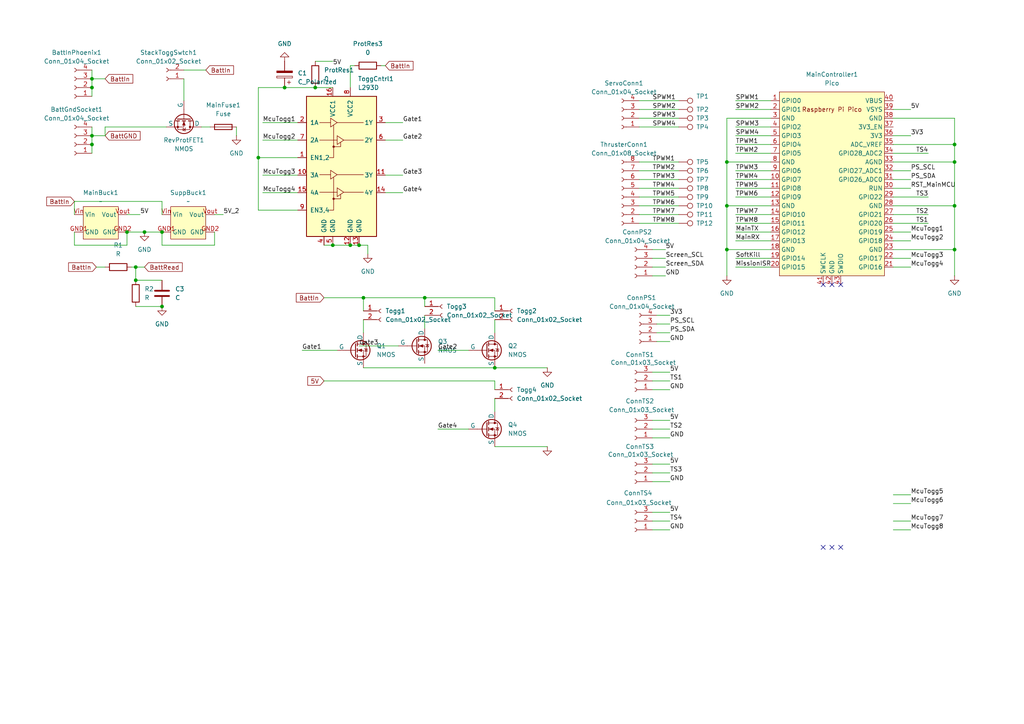
<source format=kicad_sch>
(kicad_sch (version 20231120) (generator "eeschema") (generator_version "8.0")
  (paper "A4")
  (lib_symbols
    (symbol "Connector:Conn_01x02_Socket" (pin_names (offset 1.016) hide)
      (property "Reference" "J" (at 0 2.54 0))
      (property "Value" "Conn_01x02_Socket" (at 0 -5.08 0))
      (symbol "Conn_01x02_Socket_1_1"
        (arc (start 0 -2.032) (mid -0.5058 -2.54) (end 0 -3.048) (stroke (width 0.1524)))
        (polyline (pts (xy -1.27 -2.54) (xy -0.508 -2.54)) (stroke (width 0.1524)))
        (polyline (pts (xy -1.27 0) (xy -0.508 0)) (stroke (width 0.1524)))
        (arc (start 0 0.508) (mid -0.5058 0) (end 0 -0.508) (stroke (width 0.1524)))
        (pin passive line (at -5.08 0 0) (length 3.81) (name "Pin_1") (number "1"))
        (pin passive line (at -5.08 -2.54 0) (length 3.81) (name "Pin_2") (number "2"))
      )
    )
    (symbol "Connector:Conn_01x03_Socket" (pin_names (offset 1.016) hide)
      (property "Reference" "J" (at 0 5.08 0))
      (property "Value" "Conn_01x03_Socket" (at 0 -5.08 0))
      (symbol "Conn_01x03_Socket_1_1"
        (arc (start 0 -2.032) (mid -0.5058 -2.54) (end 0 -3.048) (stroke (width 0.1524)))
        (polyline (pts (xy -1.27 -2.54) (xy -0.508 -2.54)) (stroke (width 0.1524)))
        (polyline (pts (xy -1.27 0) (xy -0.508 0)) (stroke (width 0.1524)))
        (polyline (pts (xy -1.27 2.54) (xy -0.508 2.54)) (stroke (width 0.1524)))
        (arc (start 0 0.508) (mid -0.5058 0) (end 0 -0.508) (stroke (width 0.1524)))
        (arc (start 0 3.048) (mid -0.5058 2.54) (end 0 2.032) (stroke (width 0.1524)))
        (pin passive line (at -5.08 2.54 0) (length 3.81) (name "Pin_1") (number "1"))
        (pin passive line (at -5.08 0 0) (length 3.81) (name "Pin_2") (number "2"))
        (pin passive line (at -5.08 -2.54 0) (length 3.81) (name "Pin_3") (number "3"))
      )
    )
    (symbol "Connector:Conn_01x04_Socket" (pin_names (offset 1.016) hide)
      (property "Reference" "J" (at 0 5.08 0))
      (property "Value" "Conn_01x04_Socket" (at 0 -7.62 0))
      (symbol "Conn_01x04_Socket_1_1"
        (arc (start 0 -4.572) (mid -0.5058 -5.08) (end 0 -5.588) (stroke (width 0.1524)))
        (arc (start 0 -2.032) (mid -0.5058 -2.54) (end 0 -3.048) (stroke (width 0.1524)))
        (polyline (pts (xy -1.27 -5.08) (xy -0.508 -5.08)) (stroke (width 0.1524)))
        (polyline (pts (xy -1.27 -2.54) (xy -0.508 -2.54)) (stroke (width 0.1524)))
        (polyline (pts (xy -1.27 0) (xy -0.508 0)) (stroke (width 0.1524)))
        (polyline (pts (xy -1.27 2.54) (xy -0.508 2.54)) (stroke (width 0.1524)))
        (arc (start 0 0.508) (mid -0.5058 0) (end 0 -0.508) (stroke (width 0.1524)))
        (arc (start 0 3.048) (mid -0.5058 2.54) (end 0 2.032) (stroke (width 0.1524)))
        (pin passive line (at -5.08 2.54 0) (length 3.81) (name "Pin_1") (number "1"))
        (pin passive line (at -5.08 0 0) (length 3.81) (name "Pin_2") (number "2"))
        (pin passive line (at -5.08 -2.54 0) (length 3.81) (name "Pin_3") (number "3"))
        (pin passive line (at -5.08 -5.08 0) (length 3.81) (name "Pin_4") (number "4"))
      )
    )
    (symbol "Connector:Conn_01x08_Socket" (pin_names (offset 1.016) hide)
      (property "Reference" "J" (at 0 10.16 0))
      (property "Value" "Conn_01x08_Socket" (at 0 -12.7 0))
      (symbol "Conn_01x08_Socket_1_1"
        (arc (start 0 -9.652) (mid -0.5058 -10.16) (end 0 -10.668) (stroke (width 0.1524)))
        (arc (start 0 -7.112) (mid -0.5058 -7.62) (end 0 -8.128) (stroke (width 0.1524)))
        (arc (start 0 -4.572) (mid -0.5058 -5.08) (end 0 -5.588) (stroke (width 0.1524)))
        (arc (start 0 -2.032) (mid -0.5058 -2.54) (end 0 -3.048) (stroke (width 0.1524)))
        (polyline (pts (xy -1.27 -10.16) (xy -0.508 -10.16)) (stroke (width 0.1524)))
        (polyline (pts (xy -1.27 -7.62) (xy -0.508 -7.62)) (stroke (width 0.1524)))
        (polyline (pts (xy -1.27 -5.08) (xy -0.508 -5.08)) (stroke (width 0.1524)))
        (polyline (pts (xy -1.27 -2.54) (xy -0.508 -2.54)) (stroke (width 0.1524)))
        (polyline (pts (xy -1.27 0) (xy -0.508 0)) (stroke (width 0.1524)))
        (polyline (pts (xy -1.27 2.54) (xy -0.508 2.54)) (stroke (width 0.1524)))
        (polyline (pts (xy -1.27 5.08) (xy -0.508 5.08)) (stroke (width 0.1524)))
        (polyline (pts (xy -1.27 7.62) (xy -0.508 7.62)) (stroke (width 0.1524)))
        (arc (start 0 0.508) (mid -0.5058 0) (end 0 -0.508) (stroke (width 0.1524)))
        (arc (start 0 3.048) (mid -0.5058 2.54) (end 0 2.032) (stroke (width 0.1524)))
        (arc (start 0 5.588) (mid -0.5058 5.08) (end 0 4.572) (stroke (width 0.1524)))
        (arc (start 0 8.128) (mid -0.5058 7.62) (end 0 7.112) (stroke (width 0.1524)))
        (pin passive line (at -5.08 7.62 0) (length 3.81) (name "Pin_1") (number "1"))
        (pin passive line (at -5.08 5.08 0) (length 3.81) (name "Pin_2") (number "2"))
        (pin passive line (at -5.08 2.54 0) (length 3.81) (name "Pin_3") (number "3"))
        (pin passive line (at -5.08 0 0) (length 3.81) (name "Pin_4") (number "4"))
        (pin passive line (at -5.08 -2.54 0) (length 3.81) (name "Pin_5") (number "5"))
        (pin passive line (at -5.08 -5.08 0) (length 3.81) (name "Pin_6") (number "6"))
        (pin passive line (at -5.08 -7.62 0) (length 3.81) (name "Pin_7") (number "7"))
        (pin passive line (at -5.08 -10.16 0) (length 3.81) (name "Pin_8") (number "8"))
      )
    )
    (symbol "Connector:TestPoint" (pin_numbers hide) (pin_names (offset 0.762) hide)
      (property "Reference" "TP" (at 0 6.858 0))
      (property "Value" "TestPoint" (at 0 5.08 0))
      (symbol "TestPoint_0_1"
        (circle (center 0 3.302) (radius 0.762))
      )
      (symbol "TestPoint_1_1"
        (pin passive line (at 0 0 90) (length 2.54) (name "1") (number "1"))
      )
    )
    (symbol "Device:C" (pin_numbers hide) (pin_names (offset 0.254))
      (property "Reference" "C" (at 0.635 2.54 0))
      (property "Value" "C" (at 0.635 -2.54 0))
      (symbol "C_0_1"
        (polyline (pts (xy -2.032 -0.762) (xy 2.032 -0.762)) (stroke (width 0.508)))
        (polyline (pts (xy -2.032 0.762) (xy 2.032 0.762)) (stroke (width 0.508)))
      )
      (symbol "C_1_1"
        (pin passive line (at 0 3.81 270) (length 2.794) (name "~") (number "1"))
        (pin passive line (at 0 -3.81 90) (length 2.794) (name "~") (number "2"))
      )
    )
    (symbol "Device:C_Polarized" (pin_numbers hide) (pin_names (offset 0.254))
      (property "Reference" "C" (at 0.635 2.54 0))
      (property "Value" "C_Polarized" (at 0.635 -2.54 0))
      (symbol "C_Polarized_0_1"
        (rectangle (start -2.286 0.508) (end 2.286 1.016))
        (polyline (pts (xy -1.778 2.286) (xy -0.762 2.286)))
        (polyline (pts (xy -1.27 2.794) (xy -1.27 1.778)))
        (rectangle (start 2.286 -0.508) (end -2.286 -1.016) (fill (type outline)))
      )
      (symbol "C_Polarized_1_1"
        (pin passive line (at 0 3.81 270) (length 2.794) (name "~") (number "1"))
        (pin passive line (at 0 -3.81 90) (length 2.794) (name "~") (number "2"))
      )
    )
    (symbol "Device:Fuse" (pin_numbers hide) (pin_names (offset 0))
      (property "Reference" "F" (at 2.032 0 90))
      (property "Value" "Fuse" (at -1.905 0 90))
      (symbol "Fuse_0_1"
        (rectangle (start -0.762 -2.54) (end 0.762 2.54) (stroke (width 0.254)))
        (polyline (pts (xy 0 2.54) (xy 0 -2.54)))
      )
      (symbol "Fuse_1_1"
        (pin passive line (at 0 3.81 270) (length 1.27) (name "~") (number "1"))
        (pin passive line (at 0 -3.81 90) (length 1.27) (name "~") (number "2"))
      )
    )
    (symbol "Device:R" (pin_numbers hide) (pin_names (offset 0))
      (property "Reference" "R" (at 2.032 0 90))
      (property "Value" "R" (at 0 0 90))
      (symbol "R_0_1"
        (rectangle (start -1.016 -2.54) (end 1.016 2.54) (stroke (width 0.254)))
      )
      (symbol "R_1_1"
        (pin passive line (at 0 3.81 270) (length 1.27) (name "~") (number "1"))
        (pin passive line (at 0 -3.81 90) (length 1.27) (name "~") (number "2"))
      )
    )
    (symbol "Driver_Motor:L293D" (pin_names (offset 1.016))
      (property "Reference" "U" (at -5.08 26.035 0))
      (property "Value" "L293D" (at -5.08 24.13 0))
      (symbol "L293D_0_1"
        (rectangle (start -10.16 22.86) (end 10.16 -17.78) (stroke (width 0.254)) (fill (type background)))
        (circle (center -2.286 -6.858) (radius 0.254) (fill (type outline)))
        (circle (center -2.286 8.255) (radius 0.254) (fill (type outline)))
        (polyline (pts (xy -6.35 -4.953) (xy -1.27 -4.953)))
        (polyline (pts (xy -6.35 0.127) (xy -3.175 0.127)))
        (polyline (pts (xy -6.35 10.16) (xy -1.27 10.16)))
        (polyline (pts (xy -6.35 15.24) (xy -3.175 15.24)))
        (polyline (pts (xy -1.27 0.127) (xy 6.35 0.127)))
        (polyline (pts (xy -1.27 15.24) (xy 6.35 15.24)))
        (polyline (pts (xy 0.635 -4.953) (xy 6.35 -4.953)))
        (polyline (pts (xy 0.635 10.16) (xy 6.35 10.16)))
        (polyline (pts (xy -2.286 -6.858) (xy -0.254 -6.858) (xy -0.254 -5.588)))
        (polyline (pts (xy -2.286 -0.635) (xy -2.286 -10.16) (xy -3.556 -10.16)))
        (polyline (pts (xy -2.286 8.255) (xy -0.254 8.255) (xy -0.254 9.525)))
        (polyline (pts (xy -2.286 14.478) (xy -2.286 5.08) (xy -3.556 5.08)))
        (polyline (pts (xy -3.175 1.397) (xy -3.175 -1.143) (xy -1.27 0.127) (xy -3.175 1.397)))
        (polyline (pts (xy -3.175 16.51) (xy -3.175 13.97) (xy -1.27 15.24) (xy -3.175 16.51)))
        (polyline (pts (xy -1.27 -3.683) (xy -1.27 -6.223) (xy 0.635 -4.953) (xy -1.27 -3.683)))
        (polyline (pts (xy -1.27 11.43) (xy -1.27 8.89) (xy 0.635 10.16) (xy -1.27 11.43)))
      )
      (symbol "L293D_1_1"
        (pin input line (at -12.7 5.08 0) (length 2.54) (name "EN1,2") (number "1"))
        (pin input line (at -12.7 0 0) (length 2.54) (name "3A") (number "10"))
        (pin output line (at 12.7 0 180) (length 2.54) (name "3Y") (number "11"))
        (pin power_in line (at 2.54 -20.32 90) (length 2.54) (name "GND") (number "12"))
        (pin power_in line (at 5.08 -20.32 90) (length 2.54) (name "GND") (number "13"))
        (pin output line (at 12.7 -5.08 180) (length 2.54) (name "4Y") (number "14"))
        (pin input line (at -12.7 -5.08 0) (length 2.54) (name "4A") (number "15"))
        (pin power_in line (at -2.54 25.4 270) (length 2.54) (name "VCC1") (number "16"))
        (pin input line (at -12.7 15.24 0) (length 2.54) (name "1A") (number "2"))
        (pin output line (at 12.7 15.24 180) (length 2.54) (name "1Y") (number "3"))
        (pin power_in line (at -5.08 -20.32 90) (length 2.54) (name "GND") (number "4"))
        (pin power_in line (at -2.54 -20.32 90) (length 2.54) (name "GND") (number "5"))
        (pin output line (at 12.7 10.16 180) (length 2.54) (name "2Y") (number "6"))
        (pin input line (at -12.7 10.16 0) (length 2.54) (name "2A") (number "7"))
        (pin power_in line (at 2.54 25.4 270) (length 2.54) (name "VCC2") (number "8"))
        (pin input line (at -12.7 -10.16 0) (length 2.54) (name "EN3,4") (number "9"))
      )
    )
    (symbol "MCU_RaspberryPi_and_Boards:Pico"
      (property "Reference" "U" (at -13.97 27.94 0))
      (property "Value" "Pico" (at 0 19.05 0))
      (symbol "Pico_0_0"
        (text "Raspberry Pi Pico" (at 0 21.59 0) (effects (font (size 1.27 1.27))))
      )
      (symbol "Pico_0_1"
        (rectangle (start -15.24 26.67) (end 15.24 -26.67) (fill (type background)))
      )
      (symbol "Pico_1_1"
        (pin bidirectional line (at -17.78 24.13 0) (length 2.54) (name "GPIO0") (number "1"))
        (pin bidirectional line (at -17.78 1.27 0) (length 2.54) (name "GPIO7") (number "10"))
        (pin bidirectional line (at -17.78 -1.27 0) (length 2.54) (name "GPIO8") (number "11"))
        (pin bidirectional line (at -17.78 -3.81 0) (length 2.54) (name "GPIO9") (number "12"))
        (pin power_in line (at -17.78 -6.35 0) (length 2.54) (name "GND") (number "13"))
        (pin bidirectional line (at -17.78 -8.89 0) (length 2.54) (name "GPIO10") (number "14"))
        (pin bidirectional line (at -17.78 -11.43 0) (length 2.54) (name "GPIO11") (number "15"))
        (pin bidirectional line (at -17.78 -13.97 0) (length 2.54) (name "GPIO12") (number "16"))
        (pin bidirectional line (at -17.78 -16.51 0) (length 2.54) (name "GPIO13") (number "17"))
        (pin power_in line (at -17.78 -19.05 0) (length 2.54) (name "GND") (number "18"))
        (pin bidirectional line (at -17.78 -21.59 0) (length 2.54) (name "GPIO14") (number "19"))
        (pin bidirectional line (at -17.78 21.59 0) (length 2.54) (name "GPIO1") (number "2"))
        (pin bidirectional line (at -17.78 -24.13 0) (length 2.54) (name "GPIO15") (number "20"))
        (pin bidirectional line (at 17.78 -24.13 180) (length 2.54) (name "GPIO16") (number "21"))
        (pin bidirectional line (at 17.78 -21.59 180) (length 2.54) (name "GPIO17") (number "22"))
        (pin power_in line (at 17.78 -19.05 180) (length 2.54) (name "GND") (number "23"))
        (pin bidirectional line (at 17.78 -16.51 180) (length 2.54) (name "GPIO18") (number "24"))
        (pin bidirectional line (at 17.78 -13.97 180) (length 2.54) (name "GPIO19") (number "25"))
        (pin bidirectional line (at 17.78 -11.43 180) (length 2.54) (name "GPIO20") (number "26"))
        (pin bidirectional line (at 17.78 -8.89 180) (length 2.54) (name "GPIO21") (number "27"))
        (pin power_in line (at 17.78 -6.35 180) (length 2.54) (name "GND") (number "28"))
        (pin bidirectional line (at 17.78 -3.81 180) (length 2.54) (name "GPIO22") (number "29"))
        (pin power_in line (at -17.78 19.05 0) (length 2.54) (name "GND") (number "3"))
        (pin input line (at 17.78 -1.27 180) (length 2.54) (name "RUN") (number "30"))
        (pin bidirectional line (at 17.78 1.27 180) (length 2.54) (name "GPIO26_ADC0") (number "31"))
        (pin bidirectional line (at 17.78 3.81 180) (length 2.54) (name "GPIO27_ADC1") (number "32"))
        (pin power_in line (at 17.78 6.35 180) (length 2.54) (name "AGND") (number "33"))
        (pin bidirectional line (at 17.78 8.89 180) (length 2.54) (name "GPIO28_ADC2") (number "34"))
        (pin power_in line (at 17.78 11.43 180) (length 2.54) (name "ADC_VREF") (number "35"))
        (pin power_in line (at 17.78 13.97 180) (length 2.54) (name "3V3") (number "36"))
        (pin input line (at 17.78 16.51 180) (length 2.54) (name "3V3_EN") (number "37"))
        (pin bidirectional line (at 17.78 19.05 180) (length 2.54) (name "GND") (number "38"))
        (pin power_in line (at 17.78 21.59 180) (length 2.54) (name "VSYS") (number "39"))
        (pin bidirectional line (at -17.78 16.51 0) (length 2.54) (name "GPIO2") (number "4"))
        (pin power_in line (at 17.78 24.13 180) (length 2.54) (name "VBUS") (number "40"))
        (pin input line (at -2.54 -29.21 90) (length 2.54) (name "SWCLK") (number "41"))
        (pin power_in line (at 0 -29.21 90) (length 2.54) (name "GND") (number "42"))
        (pin bidirectional line (at 2.54 -29.21 90) (length 2.54) (name "SWDIO") (number "43"))
        (pin bidirectional line (at -17.78 13.97 0) (length 2.54) (name "GPIO3") (number "5"))
        (pin bidirectional line (at -17.78 11.43 0) (length 2.54) (name "GPIO4") (number "6"))
        (pin bidirectional line (at -17.78 8.89 0) (length 2.54) (name "GPIO5") (number "7"))
        (pin power_in line (at -17.78 6.35 0) (length 2.54) (name "GND") (number "8"))
        (pin bidirectional line (at -17.78 3.81 0) (length 2.54) (name "GPIO6") (number "9"))
      )
    )
    (symbol "New_Library:AUV_Buck"
      (property "Reference" "U" (at 0 3.556 0))
      (symbol "AUV_Buck_1_1"
        (rectangle (start -5.08 4.826) (end 5.08 -4.572) (fill (type color) (color 255 255 194 1)))
        (pin passive line (at -7.62 -2.54 0) (length 2.54) (name "GND") (number "GND1"))
        (pin passive line (at 7.62 -2.54 180) (length 2.54) (name "GND") (number "GND2"))
        (pin input line (at -7.62 2.54 0) (length 2.54) (name "Vin") (number "Vin"))
        (pin output line (at 7.62 2.54 180) (length 2.54) (name "Vout") (number "Vout"))
      )
    )
    (symbol "Simulation_SPICE:NMOS" (pin_numbers hide) (pin_names (offset 0))
      (property "Reference" "Q" (at 5.08 1.27 0))
      (property "Value" "NMOS" (at 5.08 -1.27 0))
      (symbol "NMOS_0_1"
        (polyline (pts (xy 0.254 0) (xy -2.54 0)))
        (polyline (pts (xy 0.254 1.905) (xy 0.254 -1.905)) (stroke (width 0.254)))
        (polyline (pts (xy 0.762 -1.27) (xy 0.762 -2.286)) (stroke (width 0.254)))
        (polyline (pts (xy 0.762 0.508) (xy 0.762 -0.508)) (stroke (width 0.254)))
        (polyline (pts (xy 0.762 2.286) (xy 0.762 1.27)) (stroke (width 0.254)))
        (polyline (pts (xy 2.54 2.54) (xy 2.54 1.778)))
        (polyline (pts (xy 2.54 -2.54) (xy 2.54 0) (xy 0.762 0)))
        (polyline (pts (xy 0.762 -1.778) (xy 3.302 -1.778) (xy 3.302 1.778) (xy 0.762 1.778)))
        (polyline (pts (xy 1.016 0) (xy 2.032 0.381) (xy 2.032 -0.381) (xy 1.016 0)) (fill (type outline)))
        (polyline (pts (xy 2.794 0.508) (xy 2.921 0.381) (xy 3.683 0.381) (xy 3.81 0.254)))
        (polyline (pts (xy 3.302 0.381) (xy 2.921 -0.254) (xy 3.683 -0.254) (xy 3.302 0.381)))
        (circle (center 1.651 0) (radius 2.794) (stroke (width 0.254)))
        (circle (center 2.54 -1.778) (radius 0.254) (fill (type outline)))
        (circle (center 2.54 1.778) (radius 0.254) (fill (type outline)))
      )
      (symbol "NMOS_1_1"
        (pin passive line (at 2.54 5.08 270) (length 2.54) (name "D") (number "1"))
        (pin input line (at -5.08 0 0) (length 2.54) (name "G") (number "2"))
        (pin passive line (at 2.54 -5.08 90) (length 2.54) (name "S") (number "3"))
      )
    )
    (symbol "power:GND" (power) (pin_numbers hide) (pin_names (offset 0) hide)
      (property "Value" "GND" (at 0 -3.81 0))
      (symbol "GND_0_1"
        (polyline (pts (xy 0 0) (xy 0 -1.27) (xy 1.27 -1.27) (xy 0 -2.54) (xy -1.27 -1.27) (xy 0 -1.27)))
      )
      (symbol "GND_1_1"
        (pin power_in line (at 0 0 270) (length 0) (name "~") (number "1"))
      )
    )
  )
  (junction (at 26.67 39.37))
  (junction (at 36.83 67.31))
  (junction (at 276.86 59.69))
  (junction (at 46.99 88.9))
  (junction (at 276.86 72.39))
  (junction (at 26.67 22.86))
  (junction (at 41.91 67.31))
  (junction (at 74.93 45.72))
  (junction (at 104.14 71.12))
  (junction (at 276.86 46.99))
  (junction (at 39.37 77.47))
  (junction (at 210.82 46.99))
  (junction (at 46.99 67.31))
  (junction (at 26.67 25.4))
  (junction (at 82.55 25.4))
  (junction (at 210.82 72.39))
  (junction (at 39.37 81.28))
  (junction (at 276.86 41.91))
  (junction (at 96.52 71.12))
  (junction (at 91.44 25.4))
  (junction (at 105.41 86.36))
  (junction (at 143.51 106.68))
  (junction (at 210.82 59.69))
  (junction (at 123.19 86.36))
  (junction (at 26.67 41.91))
  (junction (at 101.6 71.12))
  (no_connect (at 243.84 158.75))
  (no_connect (at 238.76 158.75))
  (no_connect (at 241.3 158.75))
  (no_connect (at 241.3 82.55))
  (no_connect (at 243.84 82.55))
  (no_connect (at 238.76 82.55))
  (wire (pts (xy 213.36 44.45) (xy 223.52 44.45)))
  (wire (pts (xy 190.5 91.44) (xy 194.31 91.44)))
  (wire (pts (xy 93.98 110.49) (xy 143.51 110.49)))
  (wire (pts (xy 93.98 86.36) (xy 105.41 86.36)))
  (wire (pts (xy 26.67 22.86) (xy 30.48 22.86)))
  (wire (pts (xy 276.86 59.69) (xy 276.86 72.39)))
  (wire (pts (xy 26.67 39.37) (xy 30.48 39.37)))
  (wire (pts (xy 259.08 31.75) (xy 264.16 31.75)))
  (wire (pts (xy 213.36 62.23) (xy 223.52 62.23)))
  (wire (pts (xy 101.6 19.05) (xy 102.87 19.05)))
  (wire (pts (xy 74.93 25.4) (xy 82.55 25.4)))
  (wire (pts (xy 26.67 25.4) (xy 26.67 27.94)))
  (wire (pts (xy 189.23 110.49) (xy 194.31 110.49)))
  (wire (pts (xy 190.5 93.98) (xy 194.31 93.98)))
  (wire (pts (xy 74.93 60.96) (xy 74.93 45.72)))
  (wire (pts (xy 111.76 50.8) (xy 116.84 50.8)))
  (wire (pts (xy 26.67 41.91) (xy 26.67 44.45)))
  (wire (pts (xy 185.42 52.07) (xy 196.85 52.07)))
  (wire (pts (xy 143.51 110.49) (xy 143.51 113.03)))
  (wire (pts (xy 21.59 58.42) (xy 21.59 62.23)))
  (wire (pts (xy 213.36 49.53) (xy 223.52 49.53)))
  (wire (pts (xy 213.36 64.77) (xy 223.52 64.77)))
  (wire (pts (xy 111.76 55.88) (xy 116.84 55.88)))
  (wire (pts (xy 259.08 77.47) (xy 264.16 77.47)))
  (wire (pts (xy 21.59 71.12) (xy 36.83 71.12)))
  (wire (pts (xy 259.08 69.85) (xy 264.16 69.85)))
  (wire (pts (xy 189.23 151.13) (xy 194.31 151.13)))
  (wire (pts (xy 269.24 57.15) (xy 259.08 57.15)))
  (wire (pts (xy 74.93 25.4) (xy 74.93 45.72)))
  (wire (pts (xy 189.23 148.59) (xy 194.31 148.59)))
  (wire (pts (xy 189.23 74.93) (xy 193.04 74.93)))
  (wire (pts (xy 189.23 137.16) (xy 194.31 137.16)))
  (wire (pts (xy 104.14 100.33) (xy 115.57 100.33)))
  (wire (pts (xy 26.67 22.86) (xy 26.67 25.4)))
  (wire (pts (xy 185.42 31.75) (xy 196.85 31.75)))
  (wire (pts (xy 259.08 67.31) (xy 264.16 67.31)))
  (wire (pts (xy 189.23 134.62) (xy 194.31 134.62)))
  (wire (pts (xy 185.42 57.15) (xy 196.85 57.15)))
  (wire (pts (xy 93.98 71.12) (xy 96.52 71.12)))
  (wire (pts (xy 189.23 121.92) (xy 194.31 121.92)))
  (wire (pts (xy 269.24 44.45) (xy 259.08 44.45)))
  (wire (pts (xy 269.24 64.77) (xy 259.08 64.77)))
  (wire (pts (xy 259.08 59.69) (xy 276.86 59.69)))
  (wire (pts (xy 189.23 77.47) (xy 193.04 77.47)))
  (wire (pts (xy 46.99 58.42) (xy 46.99 62.23)))
  (wire (pts (xy 185.42 36.83) (xy 196.85 36.83)))
  (wire (pts (xy 210.82 46.99) (xy 210.82 59.69)))
  (wire (pts (xy 210.82 59.69) (xy 210.82 72.39)))
  (wire (pts (xy 189.23 113.03) (xy 194.31 113.03)))
  (wire (pts (xy 26.67 39.37) (xy 26.67 41.91)))
  (wire (pts (xy 96.52 71.12) (xy 101.6 71.12)))
  (wire (pts (xy 127 101.6) (xy 135.89 101.6)))
  (wire (pts (xy 76.2 50.8) (xy 86.36 50.8)))
  (wire (pts (xy 189.23 124.46) (xy 194.31 124.46)))
  (wire (pts (xy 185.42 54.61) (xy 196.85 54.61)))
  (wire (pts (xy 259.08 146.05) (xy 264.16 146.05)))
  (wire (pts (xy 213.36 74.93) (xy 223.52 74.93)))
  (wire (pts (xy 46.99 67.31) (xy 46.99 71.12)))
  (wire (pts (xy 27.94 77.47) (xy 30.48 77.47)))
  (wire (pts (xy 143.51 129.54) (xy 158.75 129.54)))
  (wire (pts (xy 41.91 67.31) (xy 46.99 67.31)))
  (wire (pts (xy 259.08 54.61) (xy 264.16 54.61)))
  (wire (pts (xy 213.36 39.37) (xy 223.52 39.37)))
  (wire (pts (xy 210.82 46.99) (xy 223.52 46.99)))
  (wire (pts (xy 210.82 72.39) (xy 210.82 80.01)))
  (wire (pts (xy 123.19 86.36) (xy 123.19 88.9)))
  (wire (pts (xy 46.99 71.12) (xy 62.23 71.12)))
  (wire (pts (xy 259.08 34.29) (xy 276.86 34.29)))
  (wire (pts (xy 259.08 52.07) (xy 264.16 52.07)))
  (wire (pts (xy 76.2 40.64) (xy 86.36 40.64)))
  (wire (pts (xy 143.51 115.57) (xy 143.51 119.38)))
  (wire (pts (xy 143.51 106.68) (xy 158.75 106.68)))
  (wire (pts (xy 39.37 88.9) (xy 46.99 88.9)))
  (wire (pts (xy 185.42 34.29) (xy 196.85 34.29)))
  (wire (pts (xy 62.23 62.23) (xy 64.77 62.23)))
  (wire (pts (xy 276.86 34.29) (xy 276.86 41.91)))
  (wire (pts (xy 213.36 67.31) (xy 223.52 67.31)))
  (wire (pts (xy 213.36 52.07) (xy 223.52 52.07)))
  (wire (pts (xy 91.44 17.78) (xy 96.52 17.78)))
  (wire (pts (xy 210.82 72.39) (xy 223.52 72.39)))
  (wire (pts (xy 82.55 25.4) (xy 91.44 25.4)))
  (wire (pts (xy 276.86 46.99) (xy 276.86 59.69)))
  (wire (pts (xy 269.24 62.23) (xy 259.08 62.23)))
  (wire (pts (xy 185.42 64.77) (xy 196.85 64.77)))
  (wire (pts (xy 190.5 96.52) (xy 194.31 96.52)))
  (wire (pts (xy 30.48 39.37) (xy 30.48 36.83)))
  (wire (pts (xy 189.23 72.39) (xy 193.04 72.39)))
  (wire (pts (xy 189.23 107.95) (xy 194.31 107.95)))
  (wire (pts (xy 106.68 73.66) (xy 106.68 71.12)))
  (wire (pts (xy 123.19 86.36) (xy 105.41 86.36)))
  (wire (pts (xy 30.48 36.83) (xy 48.26 36.83)))
  (wire (pts (xy 36.83 67.31) (xy 41.91 67.31)))
  (wire (pts (xy 53.34 22.86) (xy 53.34 29.21)))
  (wire (pts (xy 38.1 77.47) (xy 39.37 77.47)))
  (wire (pts (xy 62.23 71.12) (xy 62.23 67.31)))
  (wire (pts (xy 36.83 71.12) (xy 36.83 67.31)))
  (wire (pts (xy 259.08 153.67) (xy 264.16 153.67)))
  (wire (pts (xy 213.36 29.21) (xy 223.52 29.21)))
  (wire (pts (xy 21.59 67.31) (xy 21.59 71.12)))
  (wire (pts (xy 101.6 71.12) (xy 104.14 71.12)))
  (wire (pts (xy 189.23 153.67) (xy 194.31 153.67)))
  (wire (pts (xy 68.58 36.83) (xy 68.58 39.37)))
  (wire (pts (xy 74.93 60.96) (xy 86.36 60.96)))
  (wire (pts (xy 143.51 92.71) (xy 143.51 96.52)))
  (wire (pts (xy 213.36 54.61) (xy 223.52 54.61)))
  (wire (pts (xy 105.41 92.71) (xy 105.41 96.52)))
  (wire (pts (xy 259.08 74.93) (xy 264.16 74.93)))
  (wire (pts (xy 123.19 91.44) (xy 123.19 95.25)))
  (wire (pts (xy 143.51 90.17) (xy 143.51 86.36)))
  (wire (pts (xy 213.36 36.83) (xy 223.52 36.83)))
  (wire (pts (xy 259.08 72.39) (xy 276.86 72.39)))
  (wire (pts (xy 185.42 46.99) (xy 196.85 46.99)))
  (wire (pts (xy 185.42 49.53) (xy 196.85 49.53)))
  (wire (pts (xy 213.36 69.85) (xy 223.52 69.85)))
  (wire (pts (xy 26.67 20.32) (xy 26.67 22.86)))
  (wire (pts (xy 259.08 143.51) (xy 264.16 143.51)))
  (wire (pts (xy 210.82 34.29) (xy 210.82 46.99)))
  (wire (pts (xy 39.37 81.28) (xy 46.99 81.28)))
  (wire (pts (xy 189.23 139.7) (xy 194.31 139.7)))
  (wire (pts (xy 259.08 151.13) (xy 264.16 151.13)))
  (wire (pts (xy 39.37 77.47) (xy 41.91 77.47)))
  (wire (pts (xy 276.86 72.39) (xy 276.86 80.01)))
  (wire (pts (xy 39.37 77.47) (xy 39.37 81.28)))
  (wire (pts (xy 276.86 41.91) (xy 276.86 46.99)))
  (wire (pts (xy 76.2 55.88) (xy 86.36 55.88)))
  (wire (pts (xy 91.44 25.4) (xy 96.52 25.4)))
  (wire (pts (xy 105.41 86.36) (xy 105.41 90.17)))
  (wire (pts (xy 110.49 19.05) (xy 111.76 19.05)))
  (wire (pts (xy 213.36 77.47) (xy 223.52 77.47)))
  (wire (pts (xy 223.52 34.29) (xy 210.82 34.29)))
  (wire (pts (xy 189.23 127) (xy 194.31 127)))
  (wire (pts (xy 259.08 41.91) (xy 276.86 41.91)))
  (wire (pts (xy 210.82 59.69) (xy 223.52 59.69)))
  (wire (pts (xy 213.36 31.75) (xy 223.52 31.75)))
  (wire (pts (xy 143.51 86.36) (xy 123.19 86.36)))
  (wire (pts (xy 259.08 49.53) (xy 264.16 49.53)))
  (wire (pts (xy 21.59 58.42) (xy 46.99 58.42)))
  (wire (pts (xy 127 124.46) (xy 135.89 124.46)))
  (wire (pts (xy 213.36 41.91) (xy 223.52 41.91)))
  (wire (pts (xy 87.63 101.6) (xy 97.79 101.6)))
  (wire (pts (xy 185.42 62.23) (xy 196.85 62.23)))
  (wire (pts (xy 213.36 57.15) (xy 223.52 57.15)))
  (wire (pts (xy 76.2 35.56) (xy 86.36 35.56)))
  (wire (pts (xy 111.76 40.64) (xy 116.84 40.64)))
  (wire (pts (xy 185.42 59.69) (xy 196.85 59.69)))
  (wire (pts (xy 53.34 20.32) (xy 59.69 20.32)))
  (wire (pts (xy 74.93 45.72) (xy 86.36 45.72)))
  (wire (pts (xy 58.42 36.83) (xy 60.96 36.83)))
  (wire (pts (xy 105.41 106.68) (xy 143.51 106.68)))
  (wire (pts (xy 101.6 25.4) (xy 101.6 19.05)))
  (wire (pts (xy 36.83 62.23) (xy 40.64 62.23)))
  (wire (pts (xy 259.08 46.99) (xy 276.86 46.99)))
  (wire (pts (xy 104.14 71.12) (xy 106.68 71.12)))
  (wire (pts (xy 185.42 29.21) (xy 196.85 29.21)))
  (wire (pts (xy 26.67 36.83) (xy 26.67 39.37)))
  (wire (pts (xy 259.08 39.37) (xy 264.16 39.37)))
  (wire (pts (xy 189.23 80.01) (xy 193.04 80.01)))
  (wire (pts (xy 190.5 99.06) (xy 194.31 99.06)))
  (wire (pts (xy 111.76 35.56) (xy 116.84 35.56)))
  (label "Gate3" (at 104.14 100.33 0))
  (label "TPWM6" (at 189.23 59.69 0))
  (label "TPWM6" (at 213.36 57.15 0))
  (label "McuTogg1" (at 76.2 35.56 0))
  (label "5V" (at 194.31 148.59 0))
  (label "5V" (at 194.31 121.92 0))
  (label "TPWM7" (at 189.23 62.23 0))
  (label "GND" (at 193.04 80.01 0))
  (label "5V" (at 194.31 134.62 0))
  (label "TPWM4" (at 213.36 52.07 0))
  (label "TPWM8" (at 189.23 64.77 0))
  (label "TPWM2" (at 189.23 49.53 0))
  (label "MainRX" (at 213.36 69.85 0))
  (label "SPWM2" (at 213.36 31.75 0))
  (label "McuTogg6" (at 264.16 146.05 0))
  (label "TS2" (at 269.24 62.23 180))
  (label "TPWM1" (at 189.23 46.99 0))
  (label "5V" (at 96.52 19.05 0))
  (label "TS1" (at 269.24 64.77 180))
  (label "McuTogg3" (at 76.2 50.8 0))
  (label "SoftKill" (at 213.36 74.93 0))
  (label "MissionISR" (at 213.36 77.47 0))
  (label "Gate2" (at 127 101.6 0))
  (label "SPWM1" (at 213.36 29.21 0))
  (label "SPWM4" (at 189.23 36.83 0))
  (label "PS_SDA" (at 264.16 52.07 0))
  (label "TS3" (at 269.24 57.15 180))
  (label "McuTogg1" (at 264.16 67.31 0))
  (label "Gate2" (at 116.84 40.64 0))
  (label "Gate4" (at 116.84 55.88 0))
  (label "McuTogg7" (at 264.16 151.13 0))
  (label "PS_SCL" (at 264.16 49.53 0))
  (label "5V_2" (at 64.77 62.23 0))
  (label "GND" (at 194.31 113.03 0))
  (label "TPWM8" (at 213.36 64.77 0))
  (label "TPWM7" (at 213.36 62.23 0))
  (label "TPWM5" (at 213.36 54.61 0))
  (label "SPWM4" (at 213.36 39.37 0))
  (label "TPWM1" (at 213.36 41.91 0))
  (label "3V3" (at 194.31 91.44 0))
  (label "TPWM3" (at 189.23 52.07 0))
  (label "PS_SDA" (at 194.31 96.52 0))
  (label "5V" (at 40.64 62.23 0))
  (label "Screen_SDA" (at 193.04 77.47 0))
  (label "Screen_SCL" (at 193.04 74.93 0))
  (label "5V" (at 264.16 31.75 0))
  (label "RST_MainMCU" (at 264.16 54.61 0))
  (label "McuTogg3" (at 264.16 74.93 0))
  (label "TPWM2" (at 213.36 44.45 0))
  (label "McuTogg8" (at 264.16 153.67 0))
  (label "TS2" (at 194.31 124.46 0))
  (label "McuTogg5" (at 264.16 143.51 0))
  (label "McuTogg2" (at 264.16 69.85 0))
  (label "TS3" (at 194.31 137.16 0))
  (label "SPWM1" (at 189.23 29.21 0))
  (label "TPWM3" (at 213.36 49.53 0))
  (label "McuTogg4" (at 264.16 77.47 0))
  (label "5V" (at 193.04 72.39 0))
  (label "SPWM3" (at 189.23 34.29 0))
  (label "SPWM2" (at 189.23 31.75 0))
  (label "TS1" (at 194.31 110.49 0))
  (label "TPWM5" (at 189.23 57.15 0))
  (label "GND" (at 194.31 139.7 0))
  (label "McuTogg4" (at 76.2 55.88 0))
  (label "GND" (at 194.31 99.06 0))
  (label "GND" (at 194.31 153.67 0))
  (label "TS4" (at 194.31 151.13 0))
  (label "Gate1" (at 116.84 35.56 0))
  (label "McuTogg2" (at 76.2 40.64 0))
  (label "5V" (at 194.31 107.95 0))
  (label "Gate4" (at 127 124.46 0))
  (label "Gate1" (at 87.63 101.6 0))
  (label "MainTX" (at 213.36 67.31 0))
  (label "TS4" (at 269.24 44.45 180))
  (label "GND" (at 194.31 127 0))
  (label "Gate3" (at 116.84 50.8 0))
  (label "SPWM3" (at 213.36 36.83 0))
  (label "3V3" (at 264.16 39.37 0))
  (label "PS_SCL" (at 194.31 93.98 0))
  (label "TPWM4" (at 189.23 54.61 0))
  (global_label "BattIn" (shape input) (at 59.69 20.32 0) (property "Intersheetrefs" "${INTERSHEET_REFS}" (effects (hide yes))))
  (global_label "BattIn" (shape input) (at 27.94 77.47 180) (property "Intersheetrefs" "${INTERSHEET_REFS}" (effects (hide yes))))
  (global_label "BattGND" (shape input) (at 30.48 39.37 0) (property "Intersheetrefs" "${INTERSHEET_REFS}" (effects (hide yes))))
  (global_label "BattIn" (shape input) (at 30.48 22.86 0) (property "Intersheetrefs" "${INTERSHEET_REFS}" (effects (hide yes))))
  (global_label "BattIn" (shape input) (at 93.98 86.36 180) (property "Intersheetrefs" "${INTERSHEET_REFS}" (effects (hide yes))))
  (global_label "BattIn" (shape input) (at 21.59 58.42 180) (property "Intersheetrefs" "${INTERSHEET_REFS}" (effects (hide yes))))
  (global_label "BattIn" (shape input) (at 111.76 19.05 0) (property "Intersheetrefs" "${INTERSHEET_REFS}" (effects (hide yes))))
  (global_label "BattRead" (shape input) (at 41.91 77.47 0) (property "Intersheetrefs" "${INTERSHEET_REFS}" (effects (hide yes))))
  (global_label "5V" (shape input) (at 93.98 110.49 180) (property "Intersheetrefs" "${INTERSHEET_REFS}" (effects (hide yes))))
  (symbol (lib_id "Simulation_SPICE:NMOS") (at 102.87 101.6 0) (unit 1)
    (property "Reference" "Q1" (at 109.22 100.3299 0) (effects (justify left)))
    (property "Value" "NMOS" (at 109.22 102.8699 0) (effects (justify left)))
    (property "Datasheet" "https://ngspice.sourceforge.io/docs/ngspice-html-manual/manual.xhtml#cha_MOSFETs" (effects (hide yes)))
    (property "Description" "N-MOSFET transistor, drain/source/gate" (effects (hide yes)))
    (property "Sim.Device" "NMOS" (effects (hide yes)))
    (property "Sim.Type" "VDMOS" (effects (hide yes)))
    (property "Sim.Pins" "1=D 2=G 3=S" (effects (hide yes)))
  )
  (symbol (lib_id "Device:C_Polarized") (at 82.55 21.59 180) (unit 1)
    (property "Reference" "C1" (at 86.36 21.2089 0) (effects (justify right)))
    (property "Value" "C_Polarized" (at 86.36 23.7489 0) (effects (justify right)))
    (property "Description" "Polarized capacitor" (effects (hide yes)))
  )
  (symbol (lib_id "power:GND") (at 276.86 80.01 0) (unit 1)
    (property "Reference" "#PWR010" (effects (hide yes)))
    (property "Value" "GND" (at 276.86 85.09 0))
    (property "Description" "Power symbol creates a global label with name \"GND\" , ground" (effects (hide yes)))
  )
  (symbol (lib_id "Connector:Conn_01x08_Socket") (at 180.34 57.15 180) (unit 1)
    (property "Reference" "ThrusterConn1" (at 180.975 41.91 0))
    (property "Value" "Conn_01x08_Socket" (at 180.975 44.45 0))
    (property "Footprint" "Connector_Phoenix_MC:PhoenixContact_MC_1,5_8-G-3.81_1x08_P3.81mm_Horizontal" (effects (hide yes)))
    (property "Description" "Generic connector, single row, 01x08, script generated" (effects (hide yes)))
  )
  (symbol (lib_id "MCU_RaspberryPi_and_Boards:Pico") (at 241.3 53.34 0) (unit 1)
    (property "Reference" "MainController1" (at 241.3 21.59 0))
    (property "Value" "Pico" (at 241.3 24.13 0))
    (property "Footprint" "Audio_Module:RASPBERRY_PI_PICO" (effects (hide yes)))
  )
  (symbol (lib_id "Connector:Conn_01x03_Socket") (at 184.15 110.49 180) (unit 1)
    (property "Reference" "ConnTS1" (at 189.738 102.87 0) (effects (justify left)))
    (property "Value" "Conn_01x03_Socket" (at 196.088 105.156 0) (effects (justify left)))
    (property "Footprint" "Connector_Phoenix_MC:PhoenixContact_MC_1,5_3-G-3.81_1x03_P3.81mm_Horizontal" (effects (hide yes)))
    (property "Description" "Generic connector, single row, 01x03, script generated" (effects (hide yes)))
  )
  (symbol (lib_id "Connector:TestPoint") (at 196.85 59.69 270) (unit 1)
    (property "Reference" "TP10" (at 201.93 59.6899 90) (effects (justify left)))
    (property "Value" "TestPoint" (effects (hide yes)))
    (property "Footprint" "TestPoint:TestPoint_Bridge_Pitch2.0mm_Drill0.7mm" (effects (hide yes)))
    (property "Description" "test point" (effects (hide yes)))
  )
  (symbol (lib_id "New_Library:AUV_Buck") (at 54.61 64.77 0) (unit 1)
    (property "Reference" "SuppBuck1" (at 54.61 55.88 0))
    (property "Value" "~" (at 54.61 58.42 0))
    (property "Footprint" "Audio_Module:AUV_Buck2" (effects (hide yes)))
  )
  (symbol (lib_id "Simulation_SPICE:NMOS") (at 140.97 124.46 0) (unit 1)
    (property "Reference" "Q4" (at 147.32 123.1899 0) (effects (justify left)))
    (property "Value" "NMOS" (at 147.32 125.7299 0) (effects (justify left)))
    (property "Datasheet" "https://ngspice.sourceforge.io/docs/ngspice-html-manual/manual.xhtml#cha_MOSFETs" (effects (hide yes)))
    (property "Description" "N-MOSFET transistor, drain/source/gate" (effects (hide yes)))
    (property "Sim.Device" "NMOS" (effects (hide yes)))
    (property "Sim.Type" "VDMOS" (effects (hide yes)))
    (property "Sim.Pins" "1=D 2=G 3=S" (effects (hide yes)))
  )
  (symbol (lib_id "power:GND") (at 46.99 88.9 0) (unit 1)
    (property "Reference" "#PWR013" (effects (hide yes)))
    (property "Value" "GND" (at 46.99 93.98 0))
    (property "Description" "Power symbol creates a global label with name \"GND\" , ground" (effects (hide yes)))
  )
  (symbol (lib_id "Connector:TestPoint") (at 196.85 31.75 270) (unit 1)
    (property "Reference" "TP2" (at 201.93 31.7499 90) (effects (justify left)))
    (property "Value" "TestPoint" (effects (hide yes)))
    (property "Footprint" "TestPoint:TestPoint_Bridge_Pitch2.0mm_Drill0.7mm" (effects (hide yes)))
    (property "Description" "test point" (effects (hide yes)))
  )
  (symbol (lib_id "Driver_Motor:L293D") (at 99.06 50.8 0) (unit 1)
    (property "Reference" "ToggCntrl1" (at 103.7941 22.86 0) (effects (justify left)))
    (property "Value" "L293D" (at 103.7941 25.4 0) (effects (justify left)))
    (property "Footprint" "Package_DIP:DIP-16_W7.62mm" (effects (hide yes)))
    (property "Datasheet" "http://www.ti.com/lit/ds/symlink/l293.pdf" (effects (hide yes)))
    (property "Description" "Quadruple Half-H Drivers" (effects (hide yes)))
  )
  (symbol (lib_id "Connector:TestPoint") (at 196.85 52.07 270) (unit 1)
    (property "Reference" "TP7" (at 201.93 52.0699 90) (effects (justify left)))
    (property "Value" "TestPoint" (effects (hide yes)))
    (property "Footprint" "TestPoint:TestPoint_Bridge_Pitch2.0mm_Drill0.7mm" (effects (hide yes)))
    (property "Description" "test point" (effects (hide yes)))
  )
  (symbol (lib_id "Connector:Conn_01x04_Socket") (at 180.34 34.29 180) (unit 1)
    (property "Reference" "ServoConn1" (at 180.975 24.13 0))
    (property "Value" "Conn_01x04_Socket" (at 180.975 26.67 0))
    (property "Footprint" "Connector_Phoenix_MC:PhoenixContact_MC_1,5_4-G-3.81_1x04_P3.81mm_Horizontal" (effects (hide yes)))
    (property "Description" "Generic connector, single row, 01x04, script generated" (effects (hide yes)))
  )
  (symbol (lib_id "Connector:Conn_01x03_Socket") (at 184.15 151.13 180) (unit 1)
    (property "Reference" "ConnTS4" (at 189.23 143.002 0) (effects (justify left)))
    (property "Value" "Conn_01x03_Socket" (at 194.818 145.796 0) (effects (justify left)))
    (property "Footprint" "Connector_Phoenix_MC:PhoenixContact_MC_1,5_3-G-3.81_1x03_P3.81mm_Horizontal" (effects (hide yes)))
    (property "Description" "Generic connector, single row, 01x03, script generated" (effects (hide yes)))
  )
  (symbol (lib_id "Connector:TestPoint") (at 196.85 46.99 270) (unit 1)
    (property "Reference" "TP5" (at 201.93 46.9899 90) (effects (justify left)))
    (property "Value" "TestPoint" (effects (hide yes)))
    (property "Footprint" "TestPoint:TestPoint_Bridge_Pitch2.0mm_Drill0.7mm" (effects (hide yes)))
    (property "Description" "test point" (effects (hide yes)))
  )
  (symbol (lib_id "Connector:TestPoint") (at 196.85 64.77 270) (unit 1)
    (property "Reference" "TP12" (at 201.93 64.7699 90) (effects (justify left)))
    (property "Value" "TestPoint" (effects (hide yes)))
    (property "Footprint" "TestPoint:TestPoint_Bridge_Pitch2.0mm_Drill0.7mm" (effects (hide yes)))
    (property "Description" "test point" (effects (hide yes)))
  )
  (symbol (lib_id "Device:R") (at 39.37 85.09 180) (unit 1)
    (property "Reference" "R2" (at 41.91 83.8199 0) (effects (justify right)))
    (property "Value" "R" (at 41.91 86.3599 0) (effects (justify right)))
    (property "Description" "Resistor" (effects (hide yes)))
  )
  (symbol (lib_id "Connector:Conn_01x03_Socket") (at 184.15 137.16 180) (unit 1)
    (property "Reference" "ConnTS3" (at 189.738 129.54 0) (effects (justify left)))
    (property "Value" "Conn_01x03_Socket" (at 195.326 131.826 0) (effects (justify left)))
    (property "Footprint" "Connector_Phoenix_MC:PhoenixContact_MC_1,5_3-G-3.81_1x03_P3.81mm_Horizontal" (effects (hide yes)))
    (property "Description" "Generic connector, single row, 01x03, script generated" (effects (hide yes)))
  )
  (symbol (lib_id "Connector:Conn_01x02_Socket") (at 148.59 113.03 0) (unit 1)
    (property "Reference" "Togg4" (at 149.86 113.0299 0) (effects (justify left)))
    (property "Value" "Conn_01x02_Socket" (at 149.86 115.5699 0) (effects (justify left)))
    (property "Footprint" "Connector_Phoenix_MC:PhoenixContact_MC_1,5_2-G-3.81_1x02_P3.81mm_Horizontal" (effects (hide yes)))
    (property "Description" "Generic connector, single row, 01x02, script generated" (effects (hide yes)))
  )
  (symbol (lib_id "Connector:Conn_01x04_Socket") (at 21.59 41.91 180) (unit 1)
    (property "Reference" "BattGndSocket1" (at 22.225 31.75 0))
    (property "Value" "Conn_01x04_Socket" (at 22.225 34.29 0))
    (property "Footprint" "Connector_Phoenix_MC:PhoenixContact_MC_1,5_4-G-3.81_1x04_P3.81mm_Horizontal" (effects (hide yes)))
    (property "Description" "Generic connector, single row, 01x04, script generated" (effects (hide yes)))
  )
  (symbol (lib_id "Connector:Conn_01x02_Socket") (at 48.26 22.86 180) (unit 1)
    (property "Reference" "StackToggSwtch1" (at 48.895 15.24 0))
    (property "Value" "Conn_01x02_Socket" (at 48.895 17.78 0))
    (property "Footprint" "Connector_Phoenix_MC:PhoenixContact_MC_1,5_2-G-3.81_1x02_P3.81mm_Horizontal" (effects (hide yes)))
    (property "Description" "Generic connector, single row, 01x02, script generated" (effects (hide yes)))
  )
  (symbol (lib_id "Connector:TestPoint") (at 196.85 36.83 270) (unit 1)
    (property "Reference" "TP4" (at 201.93 36.8299 90) (effects (justify left)))
    (property "Value" "TestPoint" (effects (hide yes)))
    (property "Footprint" "TestPoint:TestPoint_Bridge_Pitch2.0mm_Drill0.7mm" (effects (hide yes)))
    (property "Description" "test point" (effects (hide yes)))
  )
  (symbol (lib_id "Device:R") (at 34.29 77.47 90) (unit 1)
    (property "Reference" "R1" (at 34.29 71.12 90))
    (property "Value" "R" (at 34.29 73.66 90))
    (property "Description" "Resistor" (effects (hide yes)))
  )
  (symbol (lib_id "power:GND") (at 68.58 39.37 0) (unit 1)
    (property "Reference" "#PWR01" (effects (hide yes)))
    (property "Value" "GND" (at 68.58 44.45 0))
    (property "Description" "Power symbol creates a global label with name \"GND\" , ground" (effects (hide yes)))
  )
  (symbol (lib_id "power:GND") (at 106.68 73.66 0) (unit 1)
    (property "Reference" "#PWR06" (effects (hide yes)))
    (property "Value" "GND" (at 106.68 78.74 0))
    (property "Description" "Power symbol creates a global label with name \"GND\" , ground" (effects (hide yes)))
  )
  (symbol (lib_id "power:GND") (at 41.91 67.31 0) (unit 1)
    (property "Reference" "#PWR08" (effects (hide yes)))
    (property "Value" "GND" (at 41.91 72.39 0))
    (property "Description" "Power symbol creates a global label with name \"GND\" , ground" (effects (hide yes)))
  )
  (symbol (lib_id "Simulation_SPICE:NMOS") (at 140.97 101.6 0) (unit 1)
    (property "Reference" "Q2" (at 147.32 100.3299 0) (effects (justify left)))
    (property "Value" "NMOS" (at 147.32 102.8699 0) (effects (justify left)))
    (property "Datasheet" "https://ngspice.sourceforge.io/docs/ngspice-html-manual/manual.xhtml#cha_MOSFETs" (effects (hide yes)))
    (property "Description" "N-MOSFET transistor, drain/source/gate" (effects (hide yes)))
    (property "Sim.Device" "NMOS" (effects (hide yes)))
    (property "Sim.Type" "VDMOS" (effects (hide yes)))
    (property "Sim.Pins" "1=D 2=G 3=S" (effects (hide yes)))
  )
  (symbol (lib_id "Connector:Conn_01x04_Socket") (at 184.15 77.47 180) (unit 1)
    (property "Reference" "ConnPS2" (at 184.785 67.31 0))
    (property "Value" "Conn_01x04_Socket" (at 184.912 69.85 0))
    (property "Footprint" "Connector_Phoenix_MC:PhoenixContact_MC_1,5_4-G-3.81_1x04_P3.81mm_Horizontal" (effects (hide yes)))
    (property "Description" "Generic connector, single row, 01x04, script generated" (effects (hide yes)))
  )
  (symbol (lib_id "Device:R") (at 106.68 19.05 270) (unit 1)
    (property "Reference" "ProtRes3" (at 106.68 12.7 90))
    (property "Value" "0" (at 106.68 15.24 90))
    (property "Description" "Resistor" (effects (hide yes)))
  )
  (symbol (lib_id "Device:R") (at 91.44 21.59 180) (unit 1)
    (property "Reference" "ProtRes1" (at 93.98 20.3199 0) (effects (justify right)))
    (property "Value" "0" (at 93.98 22.8599 0) (effects (justify right)))
    (property "Description" "Resistor" (effects (hide yes)))
  )
  (symbol (lib_id "Device:C") (at 46.99 85.09 0) (unit 1)
    (property "Reference" "C3" (at 50.8 83.8199 0) (effects (justify left)))
    (property "Value" "C" (at 50.8 86.3599 0) (effects (justify left)))
    (property "Description" "Unpolarized capacitor" (effects (hide yes)))
  )
  (symbol (lib_id "Connector:TestPoint") (at 196.85 49.53 270) (unit 1)
    (property "Reference" "TP6" (at 201.93 49.5299 90) (effects (justify left)))
    (property "Value" "TestPoint" (effects (hide yes)))
    (property "Footprint" "TestPoint:TestPoint_Bridge_Pitch2.0mm_Drill0.7mm" (effects (hide yes)))
    (property "Description" "test point" (effects (hide yes)))
  )
  (symbol (lib_id "Simulation_SPICE:NMOS") (at 53.34 34.29 270) (unit 1)
    (property "Reference" "RevProtFET1" (at 53.34 40.64 90))
    (property "Value" "NMOS" (at 53.34 43.18 90))
    (property "Datasheet" "https://ngspice.sourceforge.io/docs/ngspice-html-manual/manual.xhtml#cha_MOSFETs" (effects (hide yes)))
    (property "Description" "N-MOSFET transistor, drain/source/gate" (effects (hide yes)))
    (property "Sim.Device" "NMOS" (effects (hide yes)))
    (property "Sim.Type" "VDMOS" (effects (hide yes)))
    (property "Sim.Pins" "1=D 2=G 3=S" (effects (hide yes)))
  )
  (symbol (lib_id "Connector:TestPoint") (at 196.85 34.29 270) (unit 1)
    (property "Reference" "TP3" (at 201.93 34.2899 90) (effects (justify left)))
    (property "Value" "TestPoint" (effects (hide yes)))
    (property "Footprint" "TestPoint:TestPoint_Bridge_Pitch2.0mm_Drill0.7mm" (effects (hide yes)))
    (property "Description" "test point" (effects (hide yes)))
  )
  (symbol (lib_id "Connector:Conn_01x03_Socket") (at 184.15 124.46 180) (unit 1)
    (property "Reference" "ConnTS2" (at 189.738 116.332 0) (effects (justify left)))
    (property "Value" "Conn_01x03_Socket" (at 195.58 118.872 0) (effects (justify left)))
    (property "Footprint" "Connector_Phoenix_MC:PhoenixContact_MC_1,5_3-G-3.81_1x03_P3.81mm_Horizontal" (effects (hide yes)))
    (property "Description" "Generic connector, single row, 01x03, script generated" (effects (hide yes)))
  )
  (symbol (lib_id "Simulation_SPICE:NMOS") (at 120.65 100.33 0) (unit 1)
    (property "Reference" "Q3" (at 127 99.0599 0) (effects (justify left)))
    (property "Value" "NMOS" (at 127 101.5999 0) (effects (justify left)))
    (property "Datasheet" "https://ngspice.sourceforge.io/docs/ngspice-html-manual/manual.xhtml#cha_MOSFETs" (effects (hide yes)))
    (property "Description" "N-MOSFET transistor, drain/source/gate" (effects (hide yes)))
    (property "Sim.Device" "NMOS" (effects (hide yes)))
    (property "Sim.Type" "VDMOS" (effects (hide yes)))
    (property "Sim.Pins" "1=D 2=G 3=S" (effects (hide yes)))
  )
  (symbol (lib_id "power:GND") (at 158.75 129.54 0) (unit 1)
    (property "Reference" "#PWR03" (effects (hide yes)))
    (property "Value" "GND" (effects (hide yes)))
    (property "Description" "Power symbol creates a global label with name \"GND\" , ground" (effects (hide yes)))
  )
  (symbol (lib_id "Connector:Conn_01x04_Socket") (at 185.42 96.52 180) (unit 1)
    (property "Reference" "ConnPS1" (at 186.055 86.36 0))
    (property "Value" "Conn_01x04_Socket" (at 186.182 88.9 0))
    (property "Footprint" "Connector_Phoenix_MC:PhoenixContact_MC_1,5_4-G-3.81_1x04_P3.81mm_Horizontal" (effects (hide yes)))
    (property "Description" "Generic connector, single row, 01x04, script generated" (effects (hide yes)))
  )
  (symbol (lib_id "Connector:Conn_01x04_Socket") (at 21.59 25.4 180) (unit 1)
    (property "Reference" "BattInPhoenix1" (at 22.225 15.24 0))
    (property "Value" "Conn_01x04_Socket" (at 22.225 17.78 0))
    (property "Footprint" "Connector_Phoenix_MC:PhoenixContact_MC_1,5_4-G-3.81_1x04_P3.81mm_Horizontal" (effects (hide yes)))
    (property "Description" "Generic connector, single row, 01x04, script generated" (effects (hide yes)))
  )
  (symbol (lib_id "Connector:TestPoint") (at 196.85 57.15 270) (unit 1)
    (property "Reference" "TP9" (at 201.93 57.1499 90) (effects (justify left)))
    (property "Value" "TestPoint" (effects (hide yes)))
    (property "Footprint" "TestPoint:TestPoint_Bridge_Pitch2.0mm_Drill0.7mm" (effects (hide yes)))
    (property "Description" "test point" (effects (hide yes)))
  )
  (symbol (lib_id "power:GND") (at 210.82 80.01 0) (unit 1)
    (property "Reference" "#PWR09" (effects (hide yes)))
    (property "Value" "GND" (at 210.82 85.09 0))
    (property "Description" "Power symbol creates a global label with name \"GND\" , ground" (effects (hide yes)))
  )
  (symbol (lib_id "Connector:Conn_01x02_Socket") (at 110.49 90.17 0) (unit 1)
    (property "Reference" "Togg1" (at 111.76 90.1699 0) (effects (justify left)))
    (property "Value" "Conn_01x02_Socket" (at 111.76 92.7099 0) (effects (justify left)))
    (property "Footprint" "Connector_Phoenix_MC:PhoenixContact_MC_1,5_2-G-3.81_1x02_P3.81mm_Horizontal" (effects (hide yes)))
    (property "Description" "Generic connector, single row, 01x02, script generated" (effects (hide yes)))
  )
  (symbol (lib_id "power:GND") (at 82.55 17.78 180) (unit 1)
    (property "Reference" "#PWR011" (effects (hide yes)))
    (property "Value" "GND" (at 82.55 12.7 0))
    (property "Description" "Power symbol creates a global label with name \"GND\" , ground" (effects (hide yes)))
  )
  (symbol (lib_id "Connector:TestPoint") (at 196.85 62.23 270) (unit 1)
    (property "Reference" "TP11" (at 201.93 62.2299 90) (effects (justify left)))
    (property "Value" "TestPoint" (effects (hide yes)))
    (property "Footprint" "TestPoint:TestPoint_Bridge_Pitch2.0mm_Drill0.7mm" (effects (hide yes)))
    (property "Description" "test point" (effects (hide yes)))
  )
  (symbol (lib_id "Connector:Conn_01x02_Socket") (at 148.59 90.17 0) (unit 1)
    (property "Reference" "Togg2" (at 149.86 90.1699 0) (effects (justify left)))
    (property "Value" "Conn_01x02_Socket" (at 149.86 92.7099 0) (effects (justify left)))
    (property "Footprint" "Connector_Phoenix_MC:PhoenixContact_MC_1,5_2-G-3.81_1x02_P3.81mm_Horizontal" (effects (hide yes)))
    (property "Description" "Generic connector, single row, 01x02, script generated" (effects (hide yes)))
  )
  (symbol (lib_id "New_Library:AUV_Buck") (at 29.21 64.77 0) (unit 1)
    (property "Reference" "MainBuck1" (at 29.21 55.88 0))
    (property "Value" "~" (at 29.21 58.42 0))
    (property "Footprint" "Audio_Module:AUV_Buck2" (effects (hide yes)))
  )
  (symbol (lib_id "Connector:TestPoint") (at 196.85 54.61 270) (unit 1)
    (property "Reference" "TP8" (at 201.93 54.6099 90) (effects (justify left)))
    (property "Value" "TestPoint" (effects (hide yes)))
    (property "Footprint" "TestPoint:TestPoint_Bridge_Pitch2.0mm_Drill0.7mm" (effects (hide yes)))
    (property "Description" "test point" (effects (hide yes)))
  )
  (symbol (lib_id "Connector:Conn_01x02_Socket") (at 128.27 88.9 0) (unit 1)
    (property "Reference" "Togg3" (at 129.54 88.8999 0) (effects (justify left)))
    (property "Value" "Conn_01x02_Socket" (at 129.54 91.4399 0) (effects (justify left)))
    (property "Footprint" "Connector_Phoenix_MC:PhoenixContact_MC_1,5_2-G-3.81_1x02_P3.81mm_Horizontal" (effects (hide yes)))
    (property "Description" "Generic connector, single row, 01x02, script generated" (effects (hide yes)))
  )
  (symbol (lib_id "power:GND") (at 158.75 106.68 0) (unit 1)
    (property "Reference" "#PWR02" (effects (hide yes)))
    (property "Value" "GND" (at 158.75 111.76 0))
    (property "Description" "Power symbol creates a global label with name \"GND\" , ground" (effects (hide yes)))
  )
  (symbol (lib_id "Device:Fuse") (at 64.77 36.83 90) (unit 1)
    (property "Reference" "MainFuse1" (at 64.77 30.48 90))
    (property "Value" "Fuse" (at 64.77 33.02 90))
    (property "Description" "Fuse" (effects (hide yes)))
  )
  (symbol (lib_id "Connector:TestPoint") (at 196.85 29.21 270) (unit 1)
    (property "Reference" "TP1" (at 201.93 27.9399 90) (effects (justify left)))
    (property "Value" "TestPoint" (effects (hide yes)))
    (property "Footprint" "TestPoint:TestPoint_Bridge_Pitch2.0mm_Drill0.7mm" (effects (hide yes)))
    (property "Description" "test point" (effects (hide yes)))
  )
)
</source>
